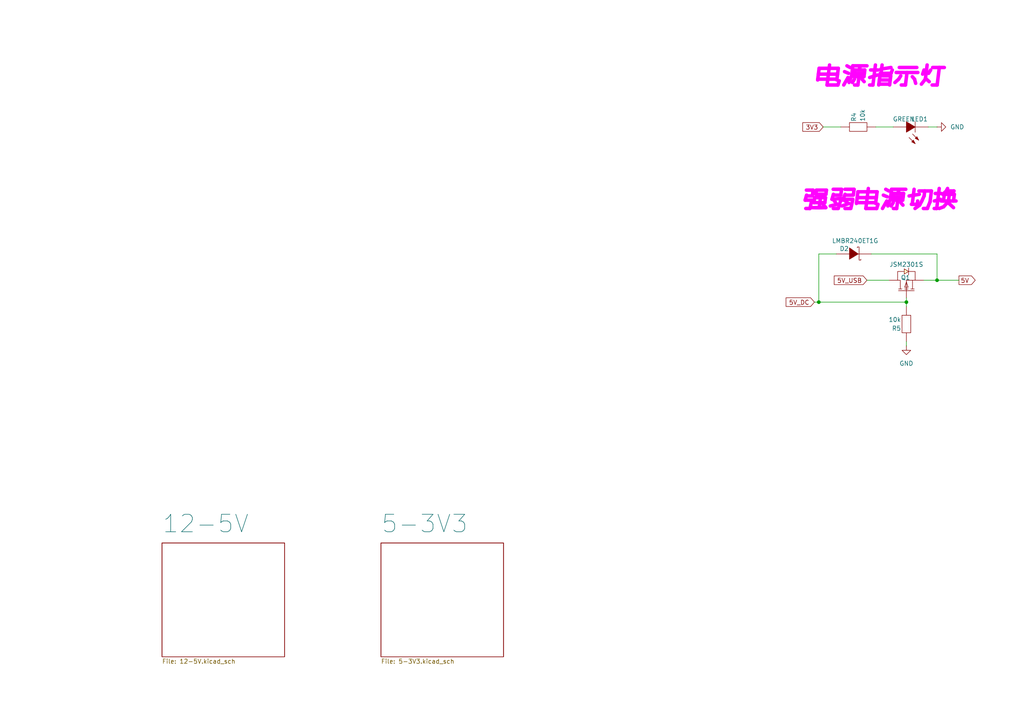
<source format=kicad_sch>
(kicad_sch (version 20231120) (generator "eeschema") (generator_version "8.0")
  (paper "A4")
  (title_block (title "POWER") (date "2025-01-24") (rev "Dennis_Re_Yoonjiho"))
  (lib_symbols
    (symbol "Ts_Foc_Vo符号库:JSM2301S" (pin_numbers hide) (pin_names (offset 1.016) hide)
      (property "Reference" "Q" (at -3.81 3.556 0))
      (property "Value" "JSM2301S" (at 4.318 0 90))
      (symbol "JSM2301S_1_1"
        (polyline (pts (xy -3.048 2.286) (xy -3.048 -2.286)) (stroke (width 0.1524)))
        (polyline (pts (xy -2.54 -2.286) (xy -2.54 -1.27)) (stroke (width 0.1524)))
        (polyline (pts (xy -2.54 -0.508) (xy -2.54 0.508)) (stroke (width 0.1524)))
        (polyline (pts (xy -2.54 2.286) (xy -2.54 1.27)) (stroke (width 0.1524)))
        (polyline (pts (xy 0 -1.778) (xy -2.54 -1.778)) (stroke (width 0.1524)))
        (polyline (pts (xy -0.508 0) (xy -2.032 0.508) (xy -2.032 -0.508) (xy -0.508 0)) (stroke (width 0.1524)))
        (polyline (pts (xy 1.524 -0.635) (xy 2.032 -0.635) (xy 3.048 -0.635) (xy 3.556 -0.635)) (stroke (width 0.1524)))
        (polyline (pts (xy 2.54 -0.635) (xy 3.302 0.635) (xy 1.778 0.635) (xy 2.54 -0.635)) (stroke (width 0.1524)) (fill (type background)))
        (polyline (pts (xy -2.54 0) (xy 0 0) (xy 0 -2.54) (xy 2.54 -2.54) (xy 2.54 -0.762)) (stroke (width 0.1524)))
        (polyline (pts (xy -2.54 1.778) (xy 0 1.778) (xy 0 2.54) (xy 2.54 2.54) (xy 2.54 0.762)) (stroke (width 0.1524)))
        (pin input line (at -5.08 0 0) (length 2.54) (name "G") (number "1"))
        (pin input line (at 0 -5.08 90) (length 2.54) (name "S") (number "2"))
        (pin input line (at 0 5.08 270) (length 2.54) (name "D") (number "3"))
      )
    )
    (symbol "Ts_Foc_Vo符号库:LED" (pin_numbers hide) (pin_names (offset 1.016) hide)
      (property "Value" "LED" (at 3.302 0.254 0))
      (symbol "LED_1_1"
        (polyline (pts (xy -1.27 -0.508) (xy -1.27 -3.556)) (stroke (width 0.1524)))
        (polyline (pts (xy -0.508 0) (xy -2.286 1.778)) (stroke (width 0.1524)))
        (polyline (pts (xy 0.508 1.016) (xy -1.27 2.794)) (stroke (width 0.1524)))
        (polyline (pts (xy -2.286 1.778) (xy -1.27 1.27) (xy -1.778 0.762) (xy -2.286 1.778)) (stroke (width 0.1524)) (fill (type outline)))
        (polyline (pts (xy -1.27 2.794) (xy -0.254 2.286) (xy -0.762 1.778) (xy -1.27 2.794)) (stroke (width 0.1524)) (fill (type outline)))
        (polyline (pts (xy 1.27 -3.556) (xy -1.27 -2.032) (xy 1.27 -0.508) (xy 1.27 -3.556)) (stroke (width 0.1524)) (fill (type outline)))
        (pin input line (at -5.08 -2.032 0) (length 3.81) (name "K") (number "1"))
        (pin input line (at 5.08 -2.032 180) (length 3.81) (name "A") (number "2"))
      )
    )
    (symbol "Ts_Foc_Vo符号库:LMBR240ET1G" (pin_numbers hide) (pin_names (offset 1.016) hide)
      (property "Reference" "D" (at -4.572 2.286 0))
      (property "Value" "LMBR240ET1G" (at 3.81 3.048 0))
      (symbol "LMBR240ET1G_1_1"
        (polyline (pts (xy 1.27 1.524) (xy -1.27 0) (xy 1.27 -1.778) (xy 1.27 1.524)) (stroke (width 0.1524)) (fill (type outline)))
        (polyline (pts (xy -2.032 1.524) (xy -2.032 1.778) (xy -1.524 1.778) (xy -1.524 -2.032) (xy -1.016 -2.032) (xy -1.016 -1.778)) (stroke (width 0.1524)))
        (pin input line (at -5.08 0 0) (length 3.81) (name "C") (number "1"))
        (pin input line (at 5.08 0 180) (length 3.81) (name "A") (number "2"))
      )
    )
    (symbol "Ts_Foc_Vo符号库:RES" (pin_numbers hide) (pin_names (offset 1.016) hide)
      (property "Reference" "R" (at -2.286 2.032 0))
      (property "Value" "Value" (at 2.286 2.032 0))
      (symbol "RES_1_1"
        (rectangle (start -2.54 1.27) (end 2.54 -1.27) (stroke (width 0.1524)))
        (pin input line (at -5.08 0 0) (length 2.54) (name "1") (number "1"))
        (pin input line (at 5.08 0 180) (length 2.54) (name "2") (number "2"))
      )
    )
    (symbol "power:GND" (power) (pin_numbers hide) (pin_names (offset 0) hide)
      (property "Value" "GND" (at 0 -3.81 0))
      (symbol "GND_0_1"
        (polyline (pts (xy 0 0) (xy 0 -1.27) (xy 1.27 -1.27) (xy 0 -2.54) (xy -1.27 -1.27) (xy 0 -1.27)))
      )
      (symbol "GND_1_1"
        (pin power_in line (at 0 0 270) (length 0) (name "~") (number "1"))
      )
    )
  )
  (junction (at 262.89 87.63))
  (junction (at 271.78 81.28))
  (junction (at 237.49 87.63))
  (wire (pts (xy 251.46 81.28) (xy 257.81 81.28)))
  (wire (pts (xy 242.57 73.66) (xy 237.49 73.66)))
  (wire (pts (xy 236.22 87.63) (xy 237.49 87.63)))
  (wire (pts (xy 271.78 81.28) (xy 278.13 81.28)))
  (wire (pts (xy 267.97 81.28) (xy 271.78 81.28)))
  (wire (pts (xy 237.49 73.66) (xy 237.49 87.63)))
  (wire (pts (xy 262.89 86.36) (xy 262.89 87.63)))
  (wire (pts (xy 243.84 36.83) (xy 238.76 36.83)))
  (wire (pts (xy 254 36.83) (xy 259.08 36.83)))
  (wire (pts (xy 237.49 87.63) (xy 262.89 87.63)))
  (wire (pts (xy 262.89 100.33) (xy 262.89 99.06)))
  (wire (pts (xy 271.78 36.83) (xy 269.24 36.83)))
  (wire (pts (xy 262.89 87.63) (xy 262.89 88.9)))
  (wire (pts (xy 252.73 73.66) (xy 271.78 73.66)))
  (wire (pts (xy 271.78 73.66) (xy 271.78 81.28)))
  (text "电源指示灯" (exclude_from_sim yes) (at 255.27 22.606 0) (effects (font (size 5.08 5.08) (thickness 1.016) (bold yes) (italic yes))))
  (text "强弱电源切换\n" (exclude_from_sim yes) (at 255.27 58.42 0) (effects (font (size 5.08 5.08) (thickness 1.016) (bold yes) (italic yes))))
  (global_label "5V_DC" (shape input) (at 236.22 87.63 180) (property "Intersheetrefs" "${INTERSHEET_REFS}" (effects (hide yes))))
  (global_label "5V" (shape output) (at 278.13 81.28 0) (property "Intersheetrefs" "${INTERSHEET_REFS}" (effects (hide yes))))
  (global_label "5V_USB" (shape input) (at 251.46 81.28 180) (property "Intersheetrefs" "${INTERSHEET_REFS}" (effects (hide yes))))
  (global_label "3V3" (shape input) (at 238.76 36.83 180) (property "Intersheetrefs" "${INTERSHEET_REFS}" (effects (hide yes))))
  (symbol (lib_id "power:GND") (at 271.78 36.83 90) (unit 1)
    (property "Reference" "#PWR07" (effects (hide yes)))
    (property "Value" "GND" (at 275.59 36.8299 90) (effects (justify right)))
    (property "Description" "Power symbol creates a global label with name \"GND\" , ground" (effects (hide yes)))
  )
  (symbol (lib_id "power:GND") (at 262.89 100.33 0) (unit 1)
    (property "Reference" "#PWR08" (effects (hide yes)))
    (property "Value" "GND" (at 262.89 105.41 0))
    (property "Description" "Power symbol creates a global label with name \"GND\" , ground" (effects (hide yes)))
  )
  (symbol (lib_id "Ts_Foc_Vo符号库:RES") (at 262.89 93.98 270) (unit 1)
    (property "Reference" "R5" (at 261.366 95.25 90) (effects (justify right)))
    (property "Value" "10k" (at 261.366 92.71 90) (effects (justify right)))
    (property "Footprint" "Ts_Foc_Vo封装库:Res_0402" (effects (hide yes)))
    (property "SuppliersPartNumber" "C5200633" (effects (hide yes)))
    (property "uuid" "std:0c78b8f437b74d4badbc2695159e48f2" (effects (hide yes)))
  )
  (symbol (lib_id "Ts_Foc_Vo符号库:JSM2301S") (at 262.89 81.28 90) (unit 1)
    (property "Reference" "Q1" (at 262.636 80.518 90))
    (property "Value" "JSM2301S" (at 262.89 76.708 90))
    (property "Footprint" "Ts_Foc_Vo封装库:JSM2301S_SOT-23" (effects (hide yes)))
    (property "Datasheet" "http://www.szlcsc.com/product/details_990895.html" (effects (hide yes)))
    (property "SuppliersPartNumber" "C916399" (effects (hide yes)))
    (property "uuid" "std:a678b1bb3d0f458c8f777d91c1b2ee48" (effects (hide yes)))
  )
  (symbol (lib_id "Ts_Foc_Vo符号库:RES") (at 248.92 36.83 180) (unit 1)
    (property "Reference" "R4" (at 247.65 35.306 90) (effects (justify right)))
    (property "Value" "10k" (at 250.19 35.306 90) (effects (justify right)))
    (property "Footprint" "Ts_Foc_Vo封装库:Res_0402" (effects (hide yes)))
    (property "SuppliersPartNumber" "C5200633" (effects (hide yes)))
    (property "uuid" "std:0c78b8f437b74d4badbc2695159e48f2" (effects (hide yes)))
  )
  (symbol (lib_id "Ts_Foc_Vo符号库:LED") (at 264.16 38.862 180) (unit 1)
    (property "Reference" "LED1" (at 266.7 34.544 0))
    (property "Value" "GREEN" (at 262.128 34.544 0))
    (property "Footprint" "Ts_Foc_Vo封装库:LED_0603" (effects (hide yes)))
    (property "Datasheet" "http://www.szlcsc.com/product/details_90991.html" (effects (hide yes)))
    (property "SuppliersPartNumber" "C89809" (effects (hide yes)))
    (property "uuid" "std:41b2f7bc7ea198335b3b1186c040b70b" (effects (hide yes)))
  )
  (symbol (lib_id "Ts_Foc_Vo符号库:LMBR240ET1G") (at 247.65 73.66 180) (unit 1)
    (property "Reference" "D2" (at 244.856 72.136 0))
    (property "Value" "LMBR240ET1G" (at 248.031 69.85 0))
    (property "Footprint" "Ts_Foc_Vo封装库:LMBR240ET1G_SOD323HE" (effects (hide yes)))
    (property "Datasheet" "http://www.szlcsc.com/product/details_356536.html" (effects (hide yes)))
    (property "SuppliersPartNumber" "C383229" (effects (hide yes)))
    (property "uuid" "std:701ccbc0911040dda69c3300132822a5" (effects (hide yes)))
  )
  (sheet (at 46.99 157.48) (size 35.56 33.02) (stroke (width 0.1524))
    (property "Sheetname" "12-5V" (at 46.99 154.8634 0) (effects (font (size 5.08 5.08)) (justify left bottom)))
    (property "Sheetfile" "12-5V.kicad_sch" (at 46.99 191.0846 0) (effects (justify left top)))
  )
  (sheet (at 110.49 157.48) (size 35.56 33.02) (stroke (width 0.1524))
    (property "Sheetname" "5-3V3" (at 110.49 154.8634 0) (effects (font (size 5.08 5.08)) (justify left bottom)))
    (property "Sheetfile" "5-3V3.kicad_sch" (at 110.49 191.0846 0) (effects (justify left top)))
  )
)
</source>
